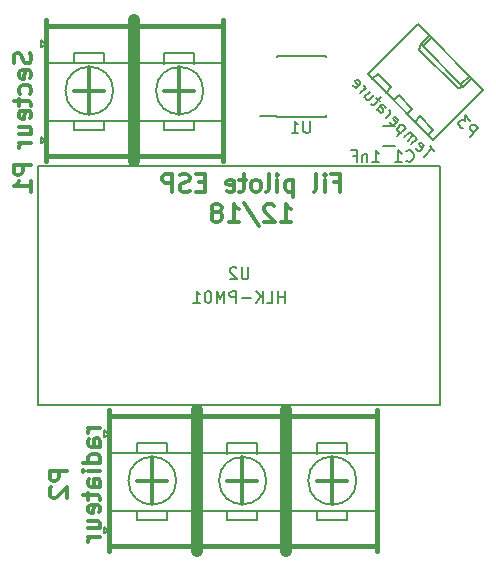
<source format=gbr>
G04 #@! TF.GenerationSoftware,KiCad,Pcbnew,5.0.2-bee76a0~70~ubuntu18.04.1*
G04 #@! TF.CreationDate,2019-09-27T11:35:02+02:00*
G04 #@! TF.ProjectId,Radiateur ESP,52616469-6174-4657-9572-204553502e6b,rev?*
G04 #@! TF.SameCoordinates,Original*
G04 #@! TF.FileFunction,Legend,Bot*
G04 #@! TF.FilePolarity,Positive*
%FSLAX46Y46*%
G04 Gerber Fmt 4.6, Leading zero omitted, Abs format (unit mm)*
G04 Created by KiCad (PCBNEW 5.0.2-bee76a0~70~ubuntu18.04.1) date ven. 27 sept. 2019 11:35:02 CEST*
%MOMM*%
%LPD*%
G01*
G04 APERTURE LIST*
%ADD10C,0.300000*%
%ADD11C,0.400000*%
%ADD12C,1.000000*%
%ADD13C,0.381000*%
%ADD14C,0.150000*%
G04 APERTURE END LIST*
D10*
X145176000Y-90311857D02*
X145676000Y-90311857D01*
X145676000Y-91097571D02*
X145676000Y-89597571D01*
X144961714Y-89597571D01*
X144390285Y-91097571D02*
X144390285Y-90097571D01*
X144390285Y-89597571D02*
X144461714Y-89669000D01*
X144390285Y-89740428D01*
X144318857Y-89669000D01*
X144390285Y-89597571D01*
X144390285Y-89740428D01*
X143461714Y-91097571D02*
X143604571Y-91026142D01*
X143676000Y-90883285D01*
X143676000Y-89597571D01*
X141747428Y-90097571D02*
X141747428Y-91597571D01*
X141747428Y-90169000D02*
X141604571Y-90097571D01*
X141318857Y-90097571D01*
X141176000Y-90169000D01*
X141104571Y-90240428D01*
X141033142Y-90383285D01*
X141033142Y-90811857D01*
X141104571Y-90954714D01*
X141176000Y-91026142D01*
X141318857Y-91097571D01*
X141604571Y-91097571D01*
X141747428Y-91026142D01*
X140390285Y-91097571D02*
X140390285Y-90097571D01*
X140390285Y-89597571D02*
X140461714Y-89669000D01*
X140390285Y-89740428D01*
X140318857Y-89669000D01*
X140390285Y-89597571D01*
X140390285Y-89740428D01*
X139461714Y-91097571D02*
X139604571Y-91026142D01*
X139676000Y-90883285D01*
X139676000Y-89597571D01*
X138676000Y-91097571D02*
X138818857Y-91026142D01*
X138890285Y-90954714D01*
X138961714Y-90811857D01*
X138961714Y-90383285D01*
X138890285Y-90240428D01*
X138818857Y-90169000D01*
X138676000Y-90097571D01*
X138461714Y-90097571D01*
X138318857Y-90169000D01*
X138247428Y-90240428D01*
X138176000Y-90383285D01*
X138176000Y-90811857D01*
X138247428Y-90954714D01*
X138318857Y-91026142D01*
X138461714Y-91097571D01*
X138676000Y-91097571D01*
X137747428Y-90097571D02*
X137176000Y-90097571D01*
X137533142Y-89597571D02*
X137533142Y-90883285D01*
X137461714Y-91026142D01*
X137318857Y-91097571D01*
X137176000Y-91097571D01*
X136104571Y-91026142D02*
X136247428Y-91097571D01*
X136533142Y-91097571D01*
X136676000Y-91026142D01*
X136747428Y-90883285D01*
X136747428Y-90311857D01*
X136676000Y-90169000D01*
X136533142Y-90097571D01*
X136247428Y-90097571D01*
X136104571Y-90169000D01*
X136033142Y-90311857D01*
X136033142Y-90454714D01*
X136747428Y-90597571D01*
X134247428Y-90311857D02*
X133747428Y-90311857D01*
X133533142Y-91097571D02*
X134247428Y-91097571D01*
X134247428Y-89597571D01*
X133533142Y-89597571D01*
X132961714Y-91026142D02*
X132747428Y-91097571D01*
X132390285Y-91097571D01*
X132247428Y-91026142D01*
X132176000Y-90954714D01*
X132104571Y-90811857D01*
X132104571Y-90669000D01*
X132176000Y-90526142D01*
X132247428Y-90454714D01*
X132390285Y-90383285D01*
X132676000Y-90311857D01*
X132818857Y-90240428D01*
X132890285Y-90169000D01*
X132961714Y-90026142D01*
X132961714Y-89883285D01*
X132890285Y-89740428D01*
X132818857Y-89669000D01*
X132676000Y-89597571D01*
X132318857Y-89597571D01*
X132104571Y-89669000D01*
X131461714Y-91097571D02*
X131461714Y-89597571D01*
X130890285Y-89597571D01*
X130747428Y-89669000D01*
X130676000Y-89740428D01*
X130604571Y-89883285D01*
X130604571Y-90097571D01*
X130676000Y-90240428D01*
X130747428Y-90311857D01*
X130890285Y-90383285D01*
X131461714Y-90383285D01*
X140676000Y-93647571D02*
X141533142Y-93647571D01*
X141104571Y-93647571D02*
X141104571Y-92147571D01*
X141247428Y-92361857D01*
X141390285Y-92504714D01*
X141533142Y-92576142D01*
X140104571Y-92290428D02*
X140033142Y-92219000D01*
X139890285Y-92147571D01*
X139533142Y-92147571D01*
X139390285Y-92219000D01*
X139318857Y-92290428D01*
X139247428Y-92433285D01*
X139247428Y-92576142D01*
X139318857Y-92790428D01*
X140176000Y-93647571D01*
X139247428Y-93647571D01*
X137533142Y-92076142D02*
X138818857Y-94004714D01*
X136247428Y-93647571D02*
X137104571Y-93647571D01*
X136676000Y-93647571D02*
X136676000Y-92147571D01*
X136818857Y-92361857D01*
X136961714Y-92504714D01*
X137104571Y-92576142D01*
X135390285Y-92790428D02*
X135533142Y-92719000D01*
X135604571Y-92647571D01*
X135676000Y-92504714D01*
X135676000Y-92433285D01*
X135604571Y-92290428D01*
X135533142Y-92219000D01*
X135390285Y-92147571D01*
X135104571Y-92147571D01*
X134961714Y-92219000D01*
X134890285Y-92290428D01*
X134818857Y-92433285D01*
X134818857Y-92504714D01*
X134890285Y-92647571D01*
X134961714Y-92719000D01*
X135104571Y-92790428D01*
X135390285Y-92790428D01*
X135533142Y-92861857D01*
X135604571Y-92933285D01*
X135676000Y-93076142D01*
X135676000Y-93361857D01*
X135604571Y-93504714D01*
X135533142Y-93576142D01*
X135390285Y-93647571D01*
X135104571Y-93647571D01*
X134961714Y-93576142D01*
X134890285Y-93504714D01*
X134818857Y-93361857D01*
X134818857Y-93076142D01*
X134890285Y-92933285D01*
X134961714Y-92861857D01*
X135104571Y-92790428D01*
D11*
G04 #@! TO.C,P2*
X148844000Y-121570000D02*
X148844000Y-109570000D01*
D12*
X141104000Y-109570000D02*
X141104000Y-121570000D01*
D13*
X126104000Y-110070000D02*
X148724000Y-110070000D01*
D11*
X126104000Y-121570000D02*
X126104000Y-109570000D01*
D13*
X148724000Y-121070000D02*
X126104000Y-121070000D01*
D14*
X148724000Y-113270000D02*
X126104000Y-113270000D01*
X148724000Y-118170000D02*
X126104000Y-118170000D01*
X139446000Y-115570000D02*
G75*
G03X139446000Y-115570000I-2000000J0D01*
G01*
X131814000Y-115570000D02*
G75*
G03X131814000Y-115570000I-2020000J0D01*
G01*
D12*
X133604000Y-109570000D02*
X133604000Y-121570000D01*
D14*
X128524000Y-118872000D02*
X131064000Y-118872000D01*
X131064000Y-118872000D02*
X131064000Y-118237000D01*
X128524000Y-118872000D02*
X128524000Y-118237000D01*
X136144000Y-118237000D02*
X136144000Y-118872000D01*
X136144000Y-118872000D02*
X138684000Y-118872000D01*
X138684000Y-118872000D02*
X138684000Y-118237000D01*
D10*
X137414000Y-113570000D02*
X137414000Y-117570000D01*
D14*
X137414000Y-117475000D02*
X137414000Y-117602000D01*
D10*
X136144000Y-115570000D02*
X138684000Y-115570000D01*
X129794000Y-113570000D02*
X129794000Y-117570000D01*
X128524000Y-115570000D02*
X131064000Y-115570000D01*
D14*
X125984000Y-111506000D02*
X125730000Y-111252000D01*
X125730000Y-111252000D02*
X125730000Y-111887000D01*
X125730000Y-111887000D02*
X125984000Y-111760000D01*
X125984000Y-119761000D02*
X125730000Y-119507000D01*
X125730000Y-119507000D02*
X125730000Y-120015000D01*
X125730000Y-120015000D02*
X125984000Y-119888000D01*
X147074000Y-115570000D02*
G75*
G03X147074000Y-115570000I-2040000J0D01*
G01*
D10*
X145034000Y-113570000D02*
X145034000Y-117570000D01*
D14*
X145034000Y-117602000D02*
X145034000Y-117475000D01*
D10*
X143764000Y-115570000D02*
X146304000Y-115570000D01*
D14*
X143764000Y-118237000D02*
X143764000Y-118745000D01*
X143764000Y-118745000D02*
X143764000Y-118872000D01*
X143764000Y-118872000D02*
X146304000Y-118872000D01*
X146304000Y-118872000D02*
X146304000Y-118237000D01*
X146304000Y-113284000D02*
X146304000Y-112395000D01*
X146304000Y-112395000D02*
X143764000Y-112395000D01*
X143764000Y-112395000D02*
X143764000Y-113284000D01*
X138684000Y-113284000D02*
X138684000Y-112395000D01*
X138684000Y-112395000D02*
X136144000Y-112395000D01*
X136144000Y-112395000D02*
X136144000Y-113284000D01*
X131064000Y-113157000D02*
X131064000Y-112395000D01*
X131064000Y-112395000D02*
X128524000Y-112395000D01*
X128524000Y-112395000D02*
X128524000Y-113157000D01*
G04 #@! TO.C,C1*
X149360000Y-85510000D02*
X150360000Y-85510000D01*
X150360000Y-87210000D02*
X149360000Y-87210000D01*
G04 #@! TO.C,P1*
X123190000Y-79375000D02*
X123190000Y-80137000D01*
X125730000Y-79375000D02*
X123190000Y-79375000D01*
X125730000Y-80137000D02*
X125730000Y-79375000D01*
X130810000Y-79375000D02*
X130810000Y-80264000D01*
X133350000Y-79375000D02*
X130810000Y-79375000D01*
X133350000Y-80264000D02*
X133350000Y-79375000D01*
X120396000Y-86995000D02*
X120650000Y-86868000D01*
X120396000Y-86487000D02*
X120396000Y-86995000D01*
X120650000Y-86741000D02*
X120396000Y-86487000D01*
X120396000Y-78867000D02*
X120650000Y-78740000D01*
X120396000Y-78232000D02*
X120396000Y-78867000D01*
X120650000Y-78486000D02*
X120396000Y-78232000D01*
D10*
X123190000Y-82550000D02*
X125730000Y-82550000D01*
X124460000Y-80550000D02*
X124460000Y-84550000D01*
X130810000Y-82550000D02*
X133350000Y-82550000D01*
D14*
X132080000Y-84455000D02*
X132080000Y-84582000D01*
D10*
X132080000Y-80550000D02*
X132080000Y-84550000D01*
D14*
X133350000Y-85852000D02*
X133350000Y-85217000D01*
X130810000Y-85852000D02*
X133350000Y-85852000D01*
X130810000Y-85217000D02*
X130810000Y-85852000D01*
X123190000Y-85852000D02*
X123190000Y-85217000D01*
X125730000Y-85852000D02*
X125730000Y-85217000D01*
X123190000Y-85852000D02*
X125730000Y-85852000D01*
D12*
X128270000Y-76550000D02*
X128270000Y-88550000D01*
D14*
X126480000Y-82550000D02*
G75*
G03X126480000Y-82550000I-2020000J0D01*
G01*
X134112000Y-82550000D02*
G75*
G03X134112000Y-82550000I-2000000J0D01*
G01*
X135770000Y-85150000D02*
X120770000Y-85150000D01*
X135770000Y-80250000D02*
X120770000Y-80250000D01*
D13*
X135770000Y-88050000D02*
X120770000Y-88050000D01*
D11*
X120770000Y-88550000D02*
X120770000Y-76550000D01*
D13*
X120770000Y-77050000D02*
X135770000Y-77050000D01*
D11*
X135770000Y-76550000D02*
X135770000Y-88550000D01*
D14*
G04 #@! TO.C,P3*
X148025801Y-81176726D02*
X152268442Y-76934086D01*
X152268442Y-76934086D02*
X157798017Y-82463661D01*
X157798017Y-82463661D02*
X153555376Y-86706301D01*
X153555376Y-86706301D02*
X148025801Y-81176726D01*
X153237178Y-77902822D02*
X152530071Y-78609929D01*
X152530071Y-78609929D02*
X156122174Y-82202031D01*
X156122174Y-82202031D02*
X156829281Y-81494924D01*
X152530071Y-78609929D02*
X152402792Y-79090761D01*
X152402792Y-79090761D02*
X155641341Y-82329310D01*
X155641341Y-82329310D02*
X156122174Y-82202031D01*
X153413955Y-78079598D02*
X152706848Y-78786705D01*
X156652504Y-81318148D02*
X155945397Y-82025254D01*
X148428852Y-81579777D02*
X148867258Y-81141371D01*
X148867258Y-81141371D02*
X149998629Y-82272742D01*
X149998629Y-82272742D02*
X149560223Y-82711148D01*
X150224903Y-83375828D02*
X150663310Y-82937422D01*
X150663310Y-82937422D02*
X151794680Y-84068793D01*
X151794680Y-84068793D02*
X151356274Y-84507199D01*
X152020955Y-85171880D02*
X152459361Y-84733473D01*
X152459361Y-84733473D02*
X153590732Y-85864844D01*
X153590732Y-85864844D02*
X153152325Y-86303250D01*
G04 #@! TO.C,U2*
X120160000Y-109160000D02*
X120160000Y-88960000D01*
X154160000Y-109160000D02*
X120160000Y-109160000D01*
X154160000Y-108960000D02*
X154160000Y-109160000D01*
X154160000Y-88960000D02*
X154160000Y-108960000D01*
X120160000Y-88960000D02*
X154160000Y-88960000D01*
G04 #@! TO.C,U1*
X140325000Y-84744000D02*
X140325000Y-84694000D01*
X144475000Y-84744000D02*
X144475000Y-84599000D01*
X144475000Y-79594000D02*
X144475000Y-79739000D01*
X140325000Y-79594000D02*
X140325000Y-79739000D01*
X140325000Y-84744000D02*
X144475000Y-84744000D01*
X140325000Y-79594000D02*
X144475000Y-79594000D01*
X140325000Y-84694000D02*
X138925000Y-84694000D01*
G04 #@! TO.C,P2*
D10*
X122598571Y-114716857D02*
X121098571Y-114716857D01*
X121098571Y-115288285D01*
X121170000Y-115431142D01*
X121241428Y-115502571D01*
X121384285Y-115574000D01*
X121598571Y-115574000D01*
X121741428Y-115502571D01*
X121812857Y-115431142D01*
X121884285Y-115288285D01*
X121884285Y-114716857D01*
X121241428Y-116145428D02*
X121170000Y-116216857D01*
X121098571Y-116359714D01*
X121098571Y-116716857D01*
X121170000Y-116859714D01*
X121241428Y-116931142D01*
X121384285Y-117002571D01*
X121527142Y-117002571D01*
X121741428Y-116931142D01*
X122598571Y-116074000D01*
X122598571Y-117002571D01*
X125392571Y-111109714D02*
X124392571Y-111109714D01*
X124678285Y-111109714D02*
X124535428Y-111181142D01*
X124464000Y-111252571D01*
X124392571Y-111395428D01*
X124392571Y-111538285D01*
X125392571Y-112681142D02*
X124606857Y-112681142D01*
X124464000Y-112609714D01*
X124392571Y-112466857D01*
X124392571Y-112181142D01*
X124464000Y-112038285D01*
X125321142Y-112681142D02*
X125392571Y-112538285D01*
X125392571Y-112181142D01*
X125321142Y-112038285D01*
X125178285Y-111966857D01*
X125035428Y-111966857D01*
X124892571Y-112038285D01*
X124821142Y-112181142D01*
X124821142Y-112538285D01*
X124749714Y-112681142D01*
X125392571Y-114038285D02*
X123892571Y-114038285D01*
X125321142Y-114038285D02*
X125392571Y-113895428D01*
X125392571Y-113609714D01*
X125321142Y-113466857D01*
X125249714Y-113395428D01*
X125106857Y-113324000D01*
X124678285Y-113324000D01*
X124535428Y-113395428D01*
X124464000Y-113466857D01*
X124392571Y-113609714D01*
X124392571Y-113895428D01*
X124464000Y-114038285D01*
X125392571Y-114752571D02*
X124392571Y-114752571D01*
X123892571Y-114752571D02*
X123964000Y-114681142D01*
X124035428Y-114752571D01*
X123964000Y-114824000D01*
X123892571Y-114752571D01*
X124035428Y-114752571D01*
X125392571Y-116109714D02*
X124606857Y-116109714D01*
X124464000Y-116038285D01*
X124392571Y-115895428D01*
X124392571Y-115609714D01*
X124464000Y-115466857D01*
X125321142Y-116109714D02*
X125392571Y-115966857D01*
X125392571Y-115609714D01*
X125321142Y-115466857D01*
X125178285Y-115395428D01*
X125035428Y-115395428D01*
X124892571Y-115466857D01*
X124821142Y-115609714D01*
X124821142Y-115966857D01*
X124749714Y-116109714D01*
X124392571Y-116609714D02*
X124392571Y-117181142D01*
X123892571Y-116824000D02*
X125178285Y-116824000D01*
X125321142Y-116895428D01*
X125392571Y-117038285D01*
X125392571Y-117181142D01*
X125321142Y-118252571D02*
X125392571Y-118109714D01*
X125392571Y-117824000D01*
X125321142Y-117681142D01*
X125178285Y-117609714D01*
X124606857Y-117609714D01*
X124464000Y-117681142D01*
X124392571Y-117824000D01*
X124392571Y-118109714D01*
X124464000Y-118252571D01*
X124606857Y-118324000D01*
X124749714Y-118324000D01*
X124892571Y-117609714D01*
X124392571Y-119609714D02*
X125392571Y-119609714D01*
X124392571Y-118966857D02*
X125178285Y-118966857D01*
X125321142Y-119038285D01*
X125392571Y-119181142D01*
X125392571Y-119395428D01*
X125321142Y-119538285D01*
X125249714Y-119609714D01*
X125392571Y-120324000D02*
X124392571Y-120324000D01*
X124678285Y-120324000D02*
X124535428Y-120395428D01*
X124464000Y-120466857D01*
X124392571Y-120609714D01*
X124392571Y-120752571D01*
G04 #@! TO.C,C1*
D14*
X151296666Y-88495142D02*
X151344285Y-88542761D01*
X151487142Y-88590380D01*
X151582380Y-88590380D01*
X151725238Y-88542761D01*
X151820476Y-88447523D01*
X151868095Y-88352285D01*
X151915714Y-88161809D01*
X151915714Y-88018952D01*
X151868095Y-87828476D01*
X151820476Y-87733238D01*
X151725238Y-87638000D01*
X151582380Y-87590380D01*
X151487142Y-87590380D01*
X151344285Y-87638000D01*
X151296666Y-87685619D01*
X150344285Y-88590380D02*
X150915714Y-88590380D01*
X150630000Y-88590380D02*
X150630000Y-87590380D01*
X150725238Y-87733238D01*
X150820476Y-87828476D01*
X150915714Y-87876095D01*
X148423238Y-88590380D02*
X148994666Y-88590380D01*
X148708952Y-88590380D02*
X148708952Y-87590380D01*
X148804190Y-87733238D01*
X148899428Y-87828476D01*
X148994666Y-87876095D01*
X147994666Y-87923714D02*
X147994666Y-88590380D01*
X147994666Y-88018952D02*
X147947047Y-87971333D01*
X147851809Y-87923714D01*
X147708952Y-87923714D01*
X147613714Y-87971333D01*
X147566095Y-88066571D01*
X147566095Y-88590380D01*
X146756571Y-88066571D02*
X147089904Y-88066571D01*
X147089904Y-88590380D02*
X147089904Y-87590380D01*
X146613714Y-87590380D01*
G04 #@! TO.C,P1*
D10*
X119550571Y-88808857D02*
X118050571Y-88808857D01*
X118050571Y-89380285D01*
X118122000Y-89523142D01*
X118193428Y-89594571D01*
X118336285Y-89666000D01*
X118550571Y-89666000D01*
X118693428Y-89594571D01*
X118764857Y-89523142D01*
X118836285Y-89380285D01*
X118836285Y-88808857D01*
X119550571Y-91094571D02*
X119550571Y-90237428D01*
X119550571Y-90666000D02*
X118050571Y-90666000D01*
X118264857Y-90523142D01*
X118407714Y-90380285D01*
X118479142Y-90237428D01*
X119479142Y-79383428D02*
X119550571Y-79597714D01*
X119550571Y-79954857D01*
X119479142Y-80097714D01*
X119407714Y-80169142D01*
X119264857Y-80240571D01*
X119122000Y-80240571D01*
X118979142Y-80169142D01*
X118907714Y-80097714D01*
X118836285Y-79954857D01*
X118764857Y-79669142D01*
X118693428Y-79526285D01*
X118622000Y-79454857D01*
X118479142Y-79383428D01*
X118336285Y-79383428D01*
X118193428Y-79454857D01*
X118122000Y-79526285D01*
X118050571Y-79669142D01*
X118050571Y-80026285D01*
X118122000Y-80240571D01*
X119479142Y-81454857D02*
X119550571Y-81312000D01*
X119550571Y-81026285D01*
X119479142Y-80883428D01*
X119336285Y-80812000D01*
X118764857Y-80812000D01*
X118622000Y-80883428D01*
X118550571Y-81026285D01*
X118550571Y-81312000D01*
X118622000Y-81454857D01*
X118764857Y-81526285D01*
X118907714Y-81526285D01*
X119050571Y-80812000D01*
X119479142Y-82812000D02*
X119550571Y-82669142D01*
X119550571Y-82383428D01*
X119479142Y-82240571D01*
X119407714Y-82169142D01*
X119264857Y-82097714D01*
X118836285Y-82097714D01*
X118693428Y-82169142D01*
X118622000Y-82240571D01*
X118550571Y-82383428D01*
X118550571Y-82669142D01*
X118622000Y-82812000D01*
X118550571Y-83240571D02*
X118550571Y-83812000D01*
X118050571Y-83454857D02*
X119336285Y-83454857D01*
X119479142Y-83526285D01*
X119550571Y-83669142D01*
X119550571Y-83812000D01*
X119479142Y-84883428D02*
X119550571Y-84740571D01*
X119550571Y-84454857D01*
X119479142Y-84312000D01*
X119336285Y-84240571D01*
X118764857Y-84240571D01*
X118622000Y-84312000D01*
X118550571Y-84454857D01*
X118550571Y-84740571D01*
X118622000Y-84883428D01*
X118764857Y-84954857D01*
X118907714Y-84954857D01*
X119050571Y-84240571D01*
X118550571Y-86240571D02*
X119550571Y-86240571D01*
X118550571Y-85597714D02*
X119336285Y-85597714D01*
X119479142Y-85669142D01*
X119550571Y-85812000D01*
X119550571Y-86026285D01*
X119479142Y-86169142D01*
X119407714Y-86240571D01*
X119550571Y-86954857D02*
X118550571Y-86954857D01*
X118836285Y-86954857D02*
X118693428Y-87026285D01*
X118622000Y-87097714D01*
X118550571Y-87240571D01*
X118550571Y-87383428D01*
G04 #@! TO.C,P3*
D14*
X156666030Y-86439793D02*
X157373137Y-85732687D01*
X157103763Y-85463312D01*
X157002748Y-85429641D01*
X156935404Y-85429641D01*
X156834389Y-85463312D01*
X156733374Y-85564328D01*
X156699702Y-85665343D01*
X156699702Y-85732687D01*
X156733374Y-85833702D01*
X157002748Y-86103076D01*
X156733374Y-85092923D02*
X156295641Y-84655190D01*
X156261969Y-85160267D01*
X156160954Y-85059251D01*
X156059938Y-85025580D01*
X155992595Y-85025580D01*
X155891580Y-85059251D01*
X155723221Y-85227610D01*
X155689549Y-85328625D01*
X155689549Y-85395969D01*
X155723221Y-85496984D01*
X155925251Y-85699015D01*
X156026267Y-85732687D01*
X156093610Y-85732687D01*
X153683205Y-87630755D02*
X153279144Y-87226694D01*
X152774068Y-88135831D02*
X153481175Y-87428724D01*
X152100633Y-87395053D02*
X152134305Y-87496068D01*
X152268992Y-87630755D01*
X152370007Y-87664427D01*
X152471022Y-87630755D01*
X152740396Y-87361381D01*
X152774068Y-87260366D01*
X152740396Y-87159350D01*
X152605709Y-87024663D01*
X152504694Y-86990992D01*
X152403679Y-87024663D01*
X152336335Y-87092007D01*
X152605709Y-87496068D01*
X151730244Y-87092007D02*
X152201648Y-86620602D01*
X152134305Y-86687946D02*
X152134305Y-86620602D01*
X152100633Y-86519587D01*
X151999618Y-86418572D01*
X151898602Y-86384900D01*
X151797587Y-86418572D01*
X151427198Y-86788961D01*
X151797587Y-86418572D02*
X151831259Y-86317557D01*
X151797587Y-86216541D01*
X151696572Y-86115526D01*
X151595557Y-86081854D01*
X151494541Y-86115526D01*
X151124152Y-86485915D01*
X151258839Y-85677793D02*
X150551732Y-86384900D01*
X151225167Y-85711465D02*
X151191496Y-85610450D01*
X151056809Y-85475763D01*
X150955793Y-85442091D01*
X150888450Y-85442091D01*
X150787435Y-85475763D01*
X150585404Y-85677793D01*
X150551732Y-85778809D01*
X150551732Y-85846152D01*
X150585404Y-85947167D01*
X150720091Y-86081854D01*
X150821106Y-86115526D01*
X149911969Y-85206389D02*
X149945641Y-85307404D01*
X150080328Y-85442091D01*
X150181343Y-85475763D01*
X150282358Y-85442091D01*
X150551732Y-85172717D01*
X150585404Y-85071702D01*
X150551732Y-84970687D01*
X150417045Y-84836000D01*
X150316030Y-84802328D01*
X150215015Y-84836000D01*
X150147671Y-84903343D01*
X150417045Y-85307404D01*
X149541580Y-84903343D02*
X150012984Y-84431938D01*
X149878297Y-84566625D02*
X149911969Y-84465610D01*
X149911969Y-84398267D01*
X149878297Y-84297251D01*
X149810954Y-84229908D01*
X148800801Y-84162564D02*
X149171190Y-83792175D01*
X149272206Y-83758503D01*
X149373221Y-83792175D01*
X149507908Y-83926862D01*
X149541580Y-84027877D01*
X148834473Y-84128893D02*
X148868145Y-84229908D01*
X149036503Y-84398267D01*
X149137519Y-84431938D01*
X149238534Y-84398267D01*
X149305877Y-84330923D01*
X149339549Y-84229908D01*
X149305877Y-84128893D01*
X149137519Y-83960534D01*
X149103847Y-83859519D01*
X149036503Y-83455458D02*
X148767129Y-83186084D01*
X149171190Y-83118740D02*
X148565099Y-83724832D01*
X148464084Y-83758503D01*
X148363068Y-83724832D01*
X148295725Y-83657488D01*
X148228381Y-82647336D02*
X147756977Y-83118740D01*
X148531427Y-82950381D02*
X148161038Y-83320771D01*
X148060023Y-83354442D01*
X147959007Y-83320771D01*
X147857992Y-83219755D01*
X147824320Y-83118740D01*
X147824320Y-83051397D01*
X147420259Y-82782023D02*
X147891664Y-82310618D01*
X147756977Y-82445305D02*
X147790649Y-82344290D01*
X147790649Y-82276946D01*
X147756977Y-82175931D01*
X147689633Y-82108588D01*
X146746824Y-82041244D02*
X146780496Y-82142259D01*
X146915183Y-82276946D01*
X147016198Y-82310618D01*
X147117214Y-82276946D01*
X147386588Y-82007572D01*
X147420259Y-81906557D01*
X147386588Y-81805542D01*
X147251901Y-81670855D01*
X147150885Y-81637183D01*
X147049870Y-81670855D01*
X146982527Y-81738198D01*
X147251901Y-82142259D01*
G04 #@! TO.C,U2*
X137921904Y-97512380D02*
X137921904Y-98321904D01*
X137874285Y-98417142D01*
X137826666Y-98464761D01*
X137731428Y-98512380D01*
X137540952Y-98512380D01*
X137445714Y-98464761D01*
X137398095Y-98417142D01*
X137350476Y-98321904D01*
X137350476Y-97512380D01*
X136921904Y-97607619D02*
X136874285Y-97560000D01*
X136779047Y-97512380D01*
X136540952Y-97512380D01*
X136445714Y-97560000D01*
X136398095Y-97607619D01*
X136350476Y-97702857D01*
X136350476Y-97798095D01*
X136398095Y-97940952D01*
X136969523Y-98512380D01*
X136350476Y-98512380D01*
X140993333Y-100512380D02*
X140993333Y-99512380D01*
X140993333Y-99988571D02*
X140421904Y-99988571D01*
X140421904Y-100512380D02*
X140421904Y-99512380D01*
X139469523Y-100512380D02*
X139945714Y-100512380D01*
X139945714Y-99512380D01*
X139136190Y-100512380D02*
X139136190Y-99512380D01*
X138564761Y-100512380D02*
X138993333Y-99940952D01*
X138564761Y-99512380D02*
X139136190Y-100083809D01*
X138136190Y-100131428D02*
X137374285Y-100131428D01*
X136898095Y-100512380D02*
X136898095Y-99512380D01*
X136517142Y-99512380D01*
X136421904Y-99560000D01*
X136374285Y-99607619D01*
X136326666Y-99702857D01*
X136326666Y-99845714D01*
X136374285Y-99940952D01*
X136421904Y-99988571D01*
X136517142Y-100036190D01*
X136898095Y-100036190D01*
X135898095Y-100512380D02*
X135898095Y-99512380D01*
X135564761Y-100226666D01*
X135231428Y-99512380D01*
X135231428Y-100512380D01*
X134564761Y-99512380D02*
X134469523Y-99512380D01*
X134374285Y-99560000D01*
X134326666Y-99607619D01*
X134279047Y-99702857D01*
X134231428Y-99893333D01*
X134231428Y-100131428D01*
X134279047Y-100321904D01*
X134326666Y-100417142D01*
X134374285Y-100464761D01*
X134469523Y-100512380D01*
X134564761Y-100512380D01*
X134660000Y-100464761D01*
X134707619Y-100417142D01*
X134755238Y-100321904D01*
X134802857Y-100131428D01*
X134802857Y-99893333D01*
X134755238Y-99702857D01*
X134707619Y-99607619D01*
X134660000Y-99560000D01*
X134564761Y-99512380D01*
X133279047Y-100512380D02*
X133850476Y-100512380D01*
X133564761Y-100512380D02*
X133564761Y-99512380D01*
X133660000Y-99655238D01*
X133755238Y-99750476D01*
X133850476Y-99798095D01*
G04 #@! TO.C,U1*
X143161904Y-85121380D02*
X143161904Y-85930904D01*
X143114285Y-86026142D01*
X143066666Y-86073761D01*
X142971428Y-86121380D01*
X142780952Y-86121380D01*
X142685714Y-86073761D01*
X142638095Y-86026142D01*
X142590476Y-85930904D01*
X142590476Y-85121380D01*
X141590476Y-86121380D02*
X142161904Y-86121380D01*
X141876190Y-86121380D02*
X141876190Y-85121380D01*
X141971428Y-85264238D01*
X142066666Y-85359476D01*
X142161904Y-85407095D01*
G04 #@! TD*
M02*

</source>
